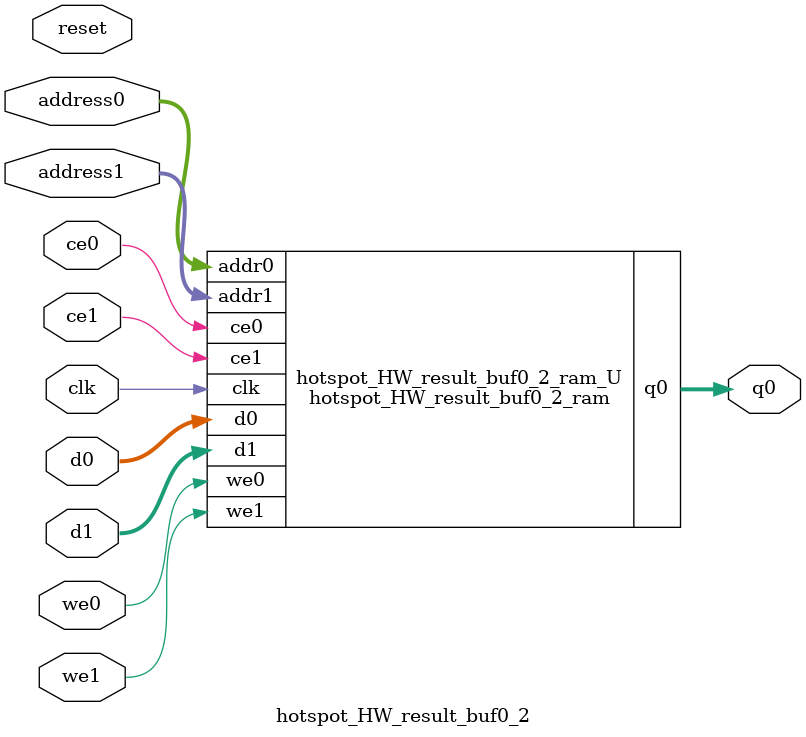
<source format=v>
`timescale 1 ns / 1 ps
module hotspot_HW_result_buf0_2_ram (addr0, ce0, d0, we0, q0, addr1, ce1, d1, we1,  clk);

parameter DWIDTH = 32;
parameter AWIDTH = 8;
parameter MEM_SIZE = 256;

input[AWIDTH-1:0] addr0;
input ce0;
input[DWIDTH-1:0] d0;
input we0;
output reg[DWIDTH-1:0] q0;
input[AWIDTH-1:0] addr1;
input ce1;
input[DWIDTH-1:0] d1;
input we1;
input clk;

reg [DWIDTH-1:0] ram[0:MEM_SIZE-1];




always @(posedge clk)  
begin 
    if (ce0) begin
        if (we0) 
            ram[addr0] <= d0; 
        q0 <= ram[addr0];
    end
end


always @(posedge clk)  
begin 
    if (ce1) begin
        if (we1) 
            ram[addr1] <= d1; 
    end
end


endmodule

`timescale 1 ns / 1 ps
module hotspot_HW_result_buf0_2(
    reset,
    clk,
    address0,
    ce0,
    we0,
    d0,
    q0,
    address1,
    ce1,
    we1,
    d1);

parameter DataWidth = 32'd32;
parameter AddressRange = 32'd256;
parameter AddressWidth = 32'd8;
input reset;
input clk;
input[AddressWidth - 1:0] address0;
input ce0;
input we0;
input[DataWidth - 1:0] d0;
output[DataWidth - 1:0] q0;
input[AddressWidth - 1:0] address1;
input ce1;
input we1;
input[DataWidth - 1:0] d1;



hotspot_HW_result_buf0_2_ram hotspot_HW_result_buf0_2_ram_U(
    .clk( clk ),
    .addr0( address0 ),
    .ce0( ce0 ),
    .we0( we0 ),
    .d0( d0 ),
    .q0( q0 ),
    .addr1( address1 ),
    .ce1( ce1 ),
    .we1( we1 ),
    .d1( d1 ));

endmodule


</source>
